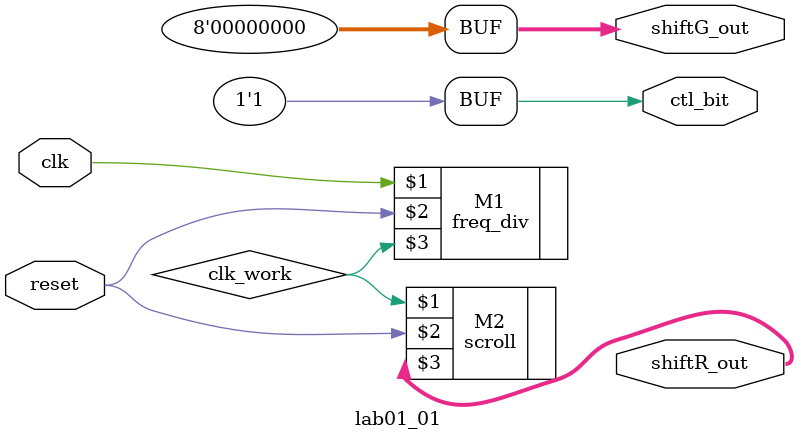
<source format=v>
module lab01_01 (clk, reset, shiftR_out, shiftG_out, ctl_bit);
input 	clk;	 	 // pin W16(10MHz)
input 	reset;	   	 // pin C16
output	[7:0]shiftR_out; 
// pin D7, D6, A9, C9, A8, C8, C11, B11
output	[7:0]shiftG_out; 
// pin A10 ,B10 ,A13 ,A12 ,B12 ,D12 ,A15 ,A14
assign shiftG_out =0;
output 	ctl_bit; 	 // pin T22
assign 	ctl_bit= 1'b1;
wire	clk_work;
freq_div	#(20) M1 (clk, reset, clk_work); 
scroll M2 (clk_work, reset, shiftR_out);
endmodule
</source>
